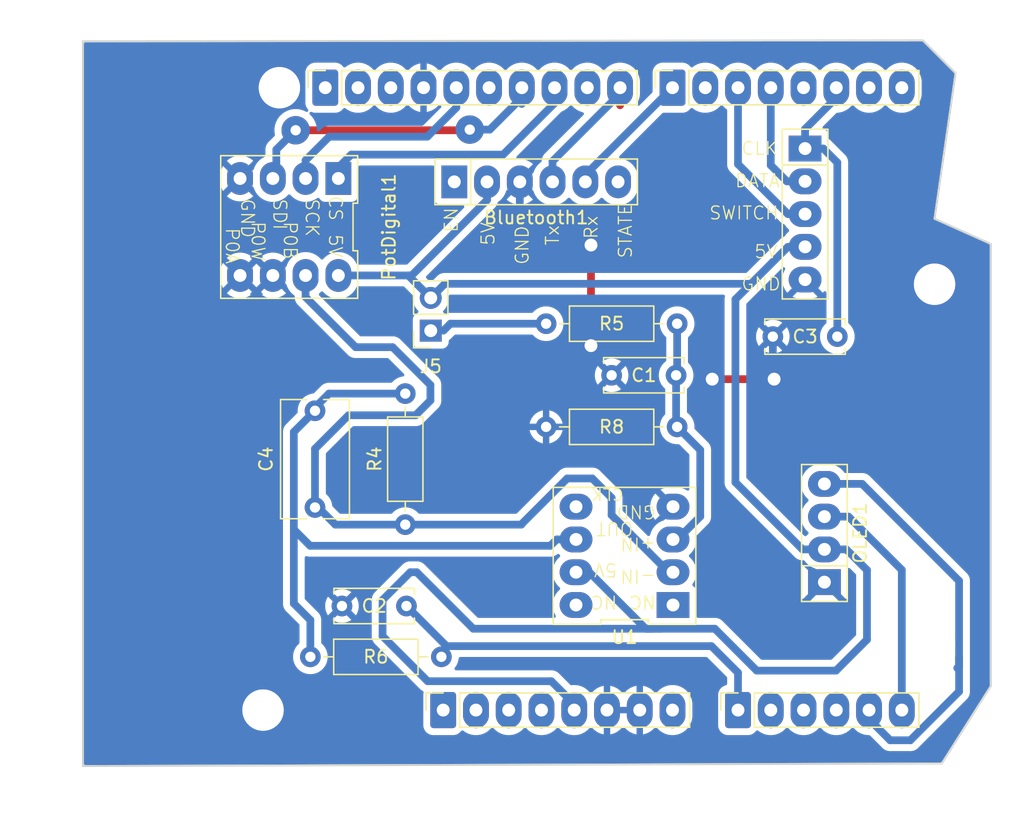
<source format=kicad_pcb>
(kicad_pcb (version 20241229) (generator "pcbnew") (generator_version "9.0")
  (title_block (title "KiCad Shield UNO 4 LED") (date "2024-09-01") (rev "1.0.0") (company "CNRS - Réseau des Electroniciens et Instrumentalistes (RdE)") (comment 1 "Arnauld BIGANZOLI <biganzoli@laplace.univ-tlse.fr>") (comment 2 "Opérateur CAO :") (comment 4 "Réalisation d'une shield 4 LED pour Arduino Uno"))
  (layers (0 "F.Cu" signal) (2 "B.Cu" signal) (13 "F.Paste" user) (15 "B.Paste" user) (5 "F.SilkS" user "F.Silkscreen") (7 "B.SilkS" user "B.Silkscreen") (1 "F.Mask" user) (3 "B.Mask" user) (25 "Edge.Cuts" user))
  (net 0 "")
  (net 1 "GND")
  (net 3 "+5V")
  (net 8 "SDI")
  (net 11 "SCK")
  (net 12 "CS")
  (net 14 "Tx")
  (net 16 "R2")
  (net 18 "CLK")
  (net 21 "+3V3")
  (net 22 "VCC")
  (net 24 "Rx")
  (net 25 "DATA")
  (net 26 "SWITCH")
  (net 27 "Net-(J5-Pin_1)")
  (net 28 "/D9")
  (net 29 "Net-(U1-+)")
  (net 30 "AmpOut")
  (net 32 "Net-(C4-Pad2)")
  (net 36 "EN")
  (net 37 "STATE")
  (net 38 "SCL")
  (net 39 "SDA")
  (footprint "Connector_PinSocket_2.54mm:PinSocket_1x08_P2.54mm_Vertical" (layer "F.Cu") (at 127.94 97.46 90)
    (property "Reference" "J1" (hide yes))
    (property "Value" "Power")
    (fp_line (start 1.33 -1.33) (end 1.33 0) (stroke (width 0.12)) (layer "F.SilkS"))
    (fp_line (start 0 -1.33) (end 1.33 -1.33) (stroke (width 0.12)) (layer "F.SilkS"))
    (fp_line (start 1.33 1.27) (end 1.33 19.11) (stroke (width 0.12)) (layer "F.SilkS"))
    (fp_line (start -1.33 1.27) (end 1.33 1.27) (stroke (width 0.12)) (layer "F.SilkS"))
    (fp_line (start -1.33 1.27) (end -1.33 19.11) (stroke (width 0.12)) (layer "F.SilkS"))
    (fp_line (start -1.33 19.11) (end 1.33 19.11) (stroke (width 0.12)) (layer "F.SilkS"))
    (pad "1" thru_hole roundrect (at 0 0 90) (size 2.8 2) (drill 1) (layers "*.Cu" "*.Mask") (roundrect_rratio 0.125))
    (pad "2" thru_hole oval (at 0 2.54 90) (size 2.8 2) (drill 1) (layers "*.Cu" "*.Mask"))
    (pad "3" thru_hole oval (at 0 5.08 90) (size 2.8 2) (drill 1) (layers "*.Cu" "*.Mask"))
    (pad "4" thru_hole oval (at 0 7.62 90) (size 2.8 2) (drill 1) (layers "*.Cu" "*.Mask") (net 21 "+3V3"))
    (pad "5" thru_hole oval (at 0 10.16 90) (size 2.8 2) (drill 1) (layers "*.Cu" "*.Mask") (net 3 "+5V"))
    (pad "6" thru_hole oval (at 0 12.7 90) (size 2.8 2) (drill 1) (layers "*.Cu" "*.Mask") (net 1 "GND"))
    (pad "7" thru_hole oval (at 0 15.24 90) (size 2.8 2) (drill 1) (layers "*.Cu" "*.Mask") (net 1 "GND"))
    (pad "8" thru_hole oval (at 0 17.78 90) (size 2.8 2) (drill 1) (layers "*.Cu" "*.Mask") (net 22 "VCC"))
  )
  (footprint "Connector_PinSocket_2.54mm:PinSocket_1x06_P2.54mm_Vertical" (layer "F.Cu") (at 150.8 97.46 90)
    (property "Reference" "J3" (hide yes))
    (property "Value" "Analog")
    (fp_line (start 1.33 -1.33) (end 1.33 0) (stroke (width 0.12)) (layer "F.SilkS"))
    (fp_line (start 0 -1.33) (end 1.33 -1.33) (stroke (width 0.12)) (layer "F.SilkS"))
    (fp_line (start 1.33 1.27) (end 1.33 14.03) (stroke (width 0.12)) (layer "F.SilkS"))
    (fp_line (start -1.33 1.27) (end 1.33 1.27) (stroke (width 0.12)) (layer "F.SilkS"))
    (fp_line (start -1.33 1.27) (end -1.33 14.03) (stroke (width 0.12)) (layer "F.SilkS"))
    (fp_line (start -1.33 14.03) (end 1.33 14.03) (stroke (width 0.12)) (layer "F.SilkS"))
    (pad "1" thru_hole roundrect (at 0 0 90) (size 2.8 2) (drill 1) (layers "*.Cu" "*.Mask") (roundrect_rratio 0.125) (net 30 "AmpOut"))
    (pad "2" thru_hole oval (at 0 2.54 90) (size 2.8 2) (drill 1) (layers "*.Cu" "*.Mask"))
    (pad "3" thru_hole oval (at 0 5.08 90) (size 2.8 2) (drill 1) (layers "*.Cu" "*.Mask"))
    (pad "4" thru_hole oval (at 0 7.62 90) (size 2.8 2) (drill 1) (layers "*.Cu" "*.Mask"))
    (pad "5" thru_hole oval (at 0 10.16 90) (size 2.8 2) (drill 1) (layers "*.Cu" "*.Mask") (net 39 "SDA"))
    (pad "6" thru_hole oval (at 0 12.7 90) (size 2.8 2) (drill 1) (layers "*.Cu" "*.Mask") (net 38 "SCL"))
  )
  (footprint "Connector_PinSocket_2.54mm:PinSocket_1x10_P2.54mm_Vertical" (layer "F.Cu") (at 118.796 49.2 90)
    (property "Reference" "J2" (hide yes))
    (property "Value" "Digital/PWM")
    (fp_line (start 1.33 -1.33) (end 1.33 0) (stroke (width 0.12)) (layer "F.SilkS"))
    (fp_line (start 0 -1.33) (end 1.33 -1.33) (stroke (width 0.12)) (layer "F.SilkS"))
    (fp_line (start 1.33 1.27) (end 1.33 24.19) (stroke (width 0.12)) (layer "F.SilkS"))
    (fp_line (start -1.33 1.27) (end 1.33 1.27) (stroke (width 0.12)) (layer "F.SilkS"))
    (fp_line (start -1.33 1.27) (end -1.33 24.19) (stroke (width 0.12)) (layer "F.SilkS"))
    (fp_line (start -1.33 24.19) (end 1.33 24.19) (stroke (width 0.12)) (layer "F.SilkS"))
    (pad "1" thru_hole roundrect (at 0 0 90) (size 2.8 2) (drill 1) (layers "*.Cu" "*.Mask") (roundrect_rratio 0.125))
    (pad "2" thru_hole oval (at 0 2.54 90) (size 2.8 2) (drill 1) (layers "*.Cu" "*.Mask"))
    (pad "3" thru_hole oval (at 0 5.08 90) (size 2.8 2) (drill 1) (layers "*.Cu" "*.Mask"))
    (pad "4" thru_hole oval (at 0 7.62 90) (size 2.8 2) (drill 1) (layers "*.Cu" "*.Mask") (net 1 "GND"))
    (pad "5" thru_hole oval (at 0 10.16 90) (size 2.8 2) (drill 1) (layers "*.Cu" "*.Mask") (net 11 "SCK"))
    (pad "6" thru_hole oval (at 0 12.7 90) (size 2.8 2) (drill 1) (layers "*.Cu" "*.Mask"))
    (pad "7" thru_hole oval (at 0 15.24 90) (size 2.8 2) (drill 1) (layers "*.Cu" "*.Mask") (net 8 "SDI"))
    (pad "8" thru_hole oval (at 0 17.78 90) (size 2.8 2) (drill 1) (layers "*.Cu" "*.Mask") (net 12 "CS"))
    (pad "9" thru_hole oval (at 0 20.32 90) (size 2.8 2) (drill 1) (layers "*.Cu" "*.Mask") (net 28 "/D9"))
    (pad "10" thru_hole oval (at 0 22.86 90) (size 2.8 2) (drill 1) (layers "*.Cu" "*.Mask") (net 14 "Tx"))
  )
  (footprint "Connector_PinSocket_2.54mm:PinSocket_1x08_P2.54mm_Vertical" (layer "F.Cu") (at 145.72 49.2 90)
    (property "Reference" "J4" (hide yes))
    (property "Value" "Digital/PWM")
    (fp_line (start 1.33 -1.33) (end 1.33 0) (stroke (width 0.12)) (layer "F.SilkS"))
    (fp_line (start 0 -1.33) (end 1.33 -1.33) (stroke (width 0.12)) (layer "F.SilkS"))
    (fp_line (start 1.33 1.27) (end 1.33 19.11) (stroke (width 0.12)) (layer "F.SilkS"))
    (fp_line (start -1.33 1.27) (end 1.33 1.27) (stroke (width 0.12)) (layer "F.SilkS"))
    (fp_line (start -1.33 1.27) (end -1.33 19.11) (stroke (width 0.12)) (layer "F.SilkS"))
    (fp_line (start -1.33 19.11) (end 1.33 19.11) (stroke (width 0.12)) (layer "F.SilkS"))
    (pad "1" thru_hole roundrect (at 0 0 90) (size 2.8 2) (drill 1) (layers "*.Cu" "*.Mask") (roundrect_rratio 0.125) (net 24 "Rx"))
    (pad "2" thru_hole oval (at 0 2.54 90) (size 2.8 2) (drill 1) (layers "*.Cu" "*.Mask"))
    (pad "3" thru_hole oval (at 0 5.08 90) (size 2.8 2) (drill 1) (layers "*.Cu" "*.Mask") (net 26 "SWITCH"))
    (pad "4" thru_hole oval (at 0 7.62 90) (size 2.8 2) (drill 1) (layers "*.Cu" "*.Mask") (net 25 "DATA"))
    (pad "5" thru_hole oval (at 0 10.16 90) (size 2.8 2) (drill 1) (layers "*.Cu" "*.Mask"))
    (pad "6" thru_hole oval (at 0 12.7 90) (size 2.8 2) (drill 1) (layers "*.Cu" "*.Mask") (net 18 "CLK"))
    (pad "7" thru_hole oval (at 0 15.24 90) (size 2.8 2) (drill 1) (layers "*.Cu" "*.Mask"))
    (pad "8" thru_hole oval (at 0 17.78 90) (size 2.8 2) (drill 1) (layers "*.Cu" "*.Mask"))
  )
  (footprint "Resistor_THT:R_Axial_DIN0207_L6.3mm_D2.5mm_P10.16mm_Horizontal" (layer "F.Cu") (at 125 83.08 90)
    (property "Reference" "R4" (at 5.08 -2.37 90) (layer "F.SilkS"))
    (property "Value" "100k" (hide yes))
    (fp_line (start 8.35 -1.37) (end 1.81 -1.37) (stroke (width 0.12)) (layer "F.SilkS"))
    (fp_line (start 1.81 -1.37) (end 1.81 1.37) (stroke (width 0.12)) (layer "F.SilkS"))
    (fp_line (start 9.12 0) (end 8.35 0) (stroke (width 0.12)) (layer "F.SilkS"))
    (fp_line (start 1.04 0) (end 1.81 0) (stroke (width 0.12)) (layer "F.SilkS"))
    (fp_line (start 8.35 1.37) (end 8.35 -1.37) (stroke (width 0.12)) (layer "F.SilkS"))
    (fp_line (start 1.81 1.37) (end 8.35 1.37) (stroke (width 0.12)) (layer "F.SilkS"))
    (pad "1" thru_hole circle (at 0 0 90) (size 1.6 1.6) (drill 0.8) (layers "*.Cu" "*.Mask") (net 16 "R2"))
    (pad "2" thru_hole oval (at 10.16 0 90) (size 1.6 1.6) (drill 0.8) (layers "*.Cu" "*.Mask") (net 32 "Net-(C4-Pad2)"))
  )
  (footprint "MaLibrairieEmpreinte:OLED" (layer "F.Cu") (at 157.5 83.73 90)
    (property "Reference" "OLED1" (at 0 2.77 90) (layer "F.SilkS"))
    (property "Value" "~" (hide yes))
    (fp_line (start 5.31 -1.77) (end 5.31 1.77) (stroke (width 0.12)) (layer "F.SilkS"))
    (fp_line (start -2.54 -1.77) (end -2.54 1.77) (stroke (width 0.12)) (layer "F.SilkS"))
    (fp_line (start -5.31 -1.77) (end 5.31 -1.77) (stroke (width 0.12)) (layer "F.SilkS"))
    (fp_line (start 5.31 1.77) (end -5.31 1.77) (stroke (width 0.12)) (layer "F.SilkS"))
    (fp_line (start -5.31 1.77) (end -5.31 -1.77) (stroke (width 0.12)) (layer "F.SilkS"))
    (pad "1" thru_hole rect (at -3.81 0 90) (size 2 2.54) (drill 1) (layers "*.Cu" "*.Mask") (net 1 "GND"))
    (pad "2" thru_hole oval (at -1.27 0 90) (size 2 2.54) (drill 1) (layers "*.Cu" "*.Mask") (net 3 "+5V"))
    (pad "3" thru_hole oval (at 1.27 0 90) (size 2 2.54) (drill 1) (layers "*.Cu" "*.Mask") (net 38 "SCL"))
    (pad "4" thru_hole oval (at 3.81 0 90) (size 2 2.54) (drill 1) (layers "*.Cu" "*.Mask") (net 39 "SDA"))
  )
  (footprint "Resistor_THT:R_Axial_DIN0207_L6.3mm_D2.5mm_P10.16mm_Horizontal" (layer "F.Cu") (at 117.64 93.33)
    (property "Reference" "R6" (at 5.08 0 0) (layer "F.SilkS"))
    (property "Value" "1k")
    (fp_line (start 1.04 0) (end 1.81 0) (stroke (width 0.12)) (layer "F.SilkS"))
    (fp_line (start 1.81 -1.37) (end 1.81 1.37) (stroke (width 0.12)) (layer "F.SilkS"))
    (fp_line (start 1.81 1.37) (end 8.35 1.37) (stroke (width 0.12)) (layer "F.SilkS"))
    (fp_line (start 8.35 -1.37) (end 1.81 -1.37) (stroke (width 0.12)) (layer "F.SilkS"))
    (fp_line (start 8.35 1.37) (end 8.35 -1.37) (stroke (width 0.12)) (layer "F.SilkS"))
    (fp_line (start 9.12 0) (end 8.35 0) (stroke (width 0.12)) (layer "F.SilkS"))
    (pad "1" thru_hole circle (at 0 0) (size 1.6 1.6) (drill 0.8) (layers "*.Cu" "*.Mask") (net 32 "Net-(C4-Pad2)"))
    (pad "2" thru_hole oval (at 10.16 0) (size 1.6 1.6) (drill 0.8) (layers "*.Cu" "*.Mask") (net 30 "AmpOut"))
  )
  (footprint "Resistor_THT:R_Axial_DIN0207_L6.3mm_D2.5mm_P10.16mm_Horizontal" (layer "F.Cu") (at 135.92 67.5)
    (property "Reference" "R5" (at 5.08 0 0) (layer "F.SilkS"))
    (property "Value" "10K")
    (fp_line (start 1.04 0) (end 1.81 0) (stroke (width 0.12)) (layer "F.SilkS"))
    (fp_line (start 1.81 -1.37) (end 1.81 1.37) (stroke (width 0.12)) (layer "F.SilkS"))
    (fp_line (start 1.81 1.37) (end 8.35 1.37) (stroke (width 0.12)) (layer "F.SilkS"))
    (fp_line (start 8.35 -1.37) (end 1.81 -1.37) (stroke (width 0.12)) (layer "F.SilkS"))
    (fp_line (start 8.35 1.37) (end 8.35 -1.37) (stroke (width 0.12)) (layer "F.SilkS"))
    (fp_line (start 9.12 0) (end 8.35 0) (stroke (width 0.12)) (layer "F.SilkS"))
    (pad "1" thru_hole circle (at 0 0) (size 1.6 1.6) (drill 0.8) (layers "*.Cu" "*.Mask") (net 27 "Net-(J5-Pin_1)"))
    (pad "2" thru_hole oval (at 10.16 0) (size 1.6 1.6) (drill 0.8) (layers "*.Cu" "*.Mask") (net 29 "Net-(U1-+)"))
  )
  (footprint "Capacitor_THT:C_Disc_D6.0mm_W2.5mm_P5.00mm" (layer "F.Cu") (at 125.09 89.39 180)
    (property "Reference" "C2" (at 2.5 0 0) (layer "F.SilkS"))
    (property "Value" "100n")
    (fp_line (start 5.62 0.925) (end 5.62 1.37) (stroke (width 0.12)) (layer "F.SilkS"))
    (fp_line (start 5.62 -1.37) (end 5.62 -0.925) (stroke (width 0.12)) (layer "F.SilkS"))
    (fp_line (start -0.62 1.37) (end 5.62 1.37) (stroke (width 0.12)) (layer "F.SilkS"))
    (fp_line (start -0.62 0.925) (end -0.62 1.37) (stroke (width 0.12)) (layer "F.SilkS"))
    (fp_line (start -0.62 -1.37) (end 5.62 -1.37) (stroke (width 0.12)) (layer "F.SilkS"))
    (fp_line (start -0.62 -1.37) (end -0.62 -0.925) (stroke (width 0.12)) (layer "F.SilkS"))
    (pad "1" thru_hole circle (at 0 0 180) (size 1.6 1.6) (drill 0.8) (layers "*.Cu" "*.Mask") (net 30 "AmpOut"))
    (pad "2" thru_hole circle (at 5 0 180) (size 1.6 1.6) (drill 0.8) (layers "*.Cu" "*.Mask") (net 1 "GND"))
  )
  (footprint "Arduino_MountingHole:MountingHole_3.2mm" (layer "F.Cu") (at 115.24 49.2)
    (property "Reference" "MH1" (hide yes))
    (property "Value" "MountingHole_3.2mm" (hide yes))
    (pad "" np_thru_hole circle (at 0 0) (size 3.2 3.2) (drill 3.2) (layers "*.Cu" "*.Mask"))
  )
  (footprint "Connector_PinSocket_2.54mm:PinSocket_1x02_P2.54mm_Vertical" (layer "F.Cu") (at 126.975 68.04 180)
    (property "Reference" "J5" (at 0 -2.77 0) (layer "F.SilkS"))
    (property "Value" "Conn_01x02")
    (fp_line (start 1.33 1.27) (end 1.33 3.87) (stroke (width 0.12)) (layer "F.SilkS"))
    (fp_line (start 1.33 -1.33) (end 1.33 0) (stroke (width 0.12)) (layer "F.SilkS"))
    (fp_line (start 0 -1.33) (end 1.33 -1.33) (stroke (width 0.12)) (layer "F.SilkS"))
    (fp_line (start -1.33 3.87) (end 1.33 3.87) (stroke (width 0.12)) (layer "F.SilkS"))
    (fp_line (start -1.33 1.27) (end 1.33 1.27) (stroke (width 0.12)) (layer "F.SilkS"))
    (fp_line (start -1.33 1.27) (end -1.33 3.87) (stroke (width 0.12)) (layer "F.SilkS"))
    (pad "1" thru_hole rect (at 0 0 180) (size 1.7 1.7) (drill 1) (layers "*.Cu" "*.Mask") (net 27 "Net-(J5-Pin_1)"))
    (pad "2" thru_hole oval (at 0 2.54 180) (size 1.7 1.7) (drill 1) (layers "*.Cu" "*.Mask") (net 3 "+5V"))
  )
  (footprint "Capacitor_THT:C_Rect_L9.0mm_W5.1mm_P7.50mm_MKT" (layer "F.Cu") (at 118 81.75 90)
    (property "Reference" "C4" (at 3.75 -3.8 90) (layer "F.SilkS"))
    (property "Value" "0,1µ")
    (fp_line (start 8.37 -2.67) (end 8.37 -0.665) (stroke (width 0.12)) (layer "F.SilkS"))
    (fp_line (start -0.87 -2.67) (end 8.37 -2.67) (stroke (width 0.12)) (layer "F.SilkS"))
    (fp_line (start -0.87 -2.67) (end -0.87 -0.665) (stroke (width 0.12)) (layer "F.SilkS"))
    (fp_line (start 8.37 0.665) (end 8.37 2.67) (stroke (width 0.12)) (layer "F.SilkS"))
    (fp_line (start -0.87 0.665) (end -0.87 2.67) (stroke (width 0.12)) (layer "F.SilkS"))
    (fp_line (start -0.87 2.67) (end 8.37 2.67) (stroke (width 0.12)) (layer "F.SilkS"))
    (pad "1" thru_hole circle (at 0 0 90) (size 1.6 1.6) (drill 0.8) (layers "*.Cu" "*.Mask") (net 16 "R2"))
    (pad "2" thru_hole circle (at 7.5 0 90) (size 1.6 1.6) (drill 0.8) (layers "*.Cu" "*.Mask") (net 32 "Net-(C4-Pad2)"))
  )
  (footprint "MaLibrairieEmpreinte:PotDigital" (layer "F.Cu") (at 116 60 180)
    (property "Reference" "PotDigital1" (at -7.73 0 90) (layer "F.SilkS"))
    (property "Value" "~")
    (fp_line (start 5.31 5.53) (end 5.31 -5.53) (stroke (width 0.12)) (layer "F.SilkS"))
    (fp_line (start 5.31 -5.53) (end -5.31 -5.53) (stroke (width 0.12)) (layer "F.SilkS"))
    (fp_line (start -4.95 1.843333) (end -5.31 1.843333) (stroke (width 0.12)) (layer "F.SilkS"))
    (fp_line (start -4.95 -1.843333) (end -4.95 1.843333) (stroke (width 0.12)) (layer "F.SilkS"))
    (fp_line (start -5.31 5.53) (end 5.31 5.53) (stroke (width 0.12)) (layer "F.SilkS"))
    (fp_line (start -5.31 1.843333) (end -5.31 5.53) (stroke (width 0.12)) (layer "F.SilkS"))
    (fp_line (start -5.31 -1.843333) (end -4.95 -1.843333) (stroke (width 0.12)) (layer "F.SilkS"))
    (fp_line (start -5.31 -5.53) (end -5.31 -1.843333) (stroke (width 0.12)) (layer "F.SilkS"))
    (fp_text user "CS" (at -3 2.5 270) (layer "F.SilkS") (effects (font (thickness 0.1)) (justify left bottom)))
    (fp_text user "SDI" (at 1.31 2.26 270) (layer "F.SilkS") (effects (font (thickness 0.1)) (justify left bottom)))
    (fp_text user "SCK" (at -1.19 2.26 270) (layer "F.SilkS") (effects (font (thickness 0.1)) (justify left bottom)))
    (fp_text user "P0A" (at 5 0 270) (layer "F.SilkS") (effects (font (thickness 0.1)) (justify left bottom)))
    (fp_text user "5V" (at -3 -0.5 270) (layer "F.SilkS") (effects (font (thickness 0.1)) (justify left bottom)))
    (fp_text user "GND" (at 3.81 2.26 270) (layer "F.SilkS") (effects (font (thickness 0.1)) (justify left bottom)))
    (fp_text user "P0B" (at 0.5 0.5 270) (layer "F.SilkS") (effects (font (thickness 0.1)) (justify left bottom)))
    (fp_text user "P0W" (at 3 0.5 270) (layer "F.SilkS") (effects (font (thickness 0.1)) (justify left bottom)))
    (pad "1" thru_hole rect (at -3.81 3.76 180) (size 2 2.54) (drill 1) (layers "*.Cu" "*.Mask") (net 12 "CS"))
    (pad "2" thru_hole oval (at -1.27 3.76 180) (size 2 2.54) (drill 1) (layers "*.Cu" "*.Mask") (net 11 "SCK"))
    (pad "3" thru_hole oval (at 1.27 3.76 180) (size 2 2.54) (drill 1) (layers "*.Cu" "*.Mask") (net 8 "SDI"))
    (pad "4" thru_hole oval (at 3.81 3.76 180) (size 2 2.54) (drill 1) (layers "*.Cu" "*.Mask") (net 1 "GND"))
    (pad "5" thru_hole oval (at 3.81 -3.76 180) (size 2 2.54) (drill 1) (layers "*.Cu" "*.Mask") (net 1 "GND"))
    (pad "6" thru_hole oval (at 1.27 -3.76 180) (size 2 2.54) (drill 1) (layers "*.Cu" "*.Mask") (net 1 "GND"))
    (pad "7" thru_hole oval (at -1.27 -3.76 180) (size 2 2.54) (drill 1) (layers "*.Cu" "*.Mask") (net 16 "R2"))
    (pad "8" thru_hole oval (at -3.81 -3.76 180) (size 2 2.54) (drill 1) (layers "*.Cu" "*.Mask") (net 3 "+5V"))
  )
  (footprint "MaLibrairieEmpreinte:LTC41050" (layer "F.Cu") (at 142 85.5 90)
    (property "Reference" "U1" (at -6.31 0 0) (layer "F.SilkS"))
    (property "Value" "LTC1050")
    (fp_line (start 5.31 -5.53) (end -5.31 -5.53) (stroke (width 0.12)) (layer "F.SilkS"))
    (fp_line (start -5.31 -5.53) (end -5.31 -1.843333) (stroke (width 0.12)) (layer "F.SilkS"))
    (fp_line (start -4.95 -1.843333) (end -4.95 1.843333) (stroke (width 0.12)) (layer "F.SilkS"))
    (fp_line (start -5.31 -1.843333) (end -4.95 -1.843333) (stroke (width 0.12)) (layer "F.SilkS"))
    (fp_line (start -4.95 1.843333) (end -5.31 1.843333) (stroke (width 0.12)) (layer "F.SilkS"))
    (fp_line (start -5.31 1.843333) (end -5.31 5.53) (stroke (width 0.12)) (layer "F.SilkS"))
    (fp_line (start 5.31 5.53) (end 5.31 -5.53) (stroke (width 0.12)) (layer "F.SilkS"))
    (fp_line (start -5.31 5.53) (end 5.31 5.53) (stroke (width 0.12)) (layer "F.SilkS"))
    (fp_text user "-IN" (at -1 2.5 180) (layer "F.SilkS") (effects (font (thickness 0.1)) (justify left bottom)))
    (fp_text user "OUT" (at 2.69 0.74 180) (layer "F.SilkS") (effects (font (thickness 0.1)) (justify left bottom)))
    (fp_text user "GND" (at 4 2.5 180) (layer "F.SilkS") (effects (font (thickness 0.1)) (justify left bottom)))
    (fp_text user "5V" (at -0.5 -0.5 180) (layer "F.SilkS") (effects (font (thickness 0.1)) (justify left bottom)))
    (fp_text user "CLK" (at 5.31 0 180) (layer "F.SilkS") (effects (font (size 0.9 0.9) (thickness 0.1)) (justify left bottom)))
    (fp_text user "+IN" (at 1.5 2.5 180) (layer "F.SilkS") (effects (font (thickness 0.1)) (justify left bottom)))
    (fp_text user "NC" (at -3 -0.5 180) (layer "F.SilkS") (effects (font (thickness 0.1)) (justify left bottom)))
    (fp_text user "NC" (at -3 2.5 180) (layer "F.SilkS") (effects (font (thickness 0.125)) (justify left bottom)))
    (pad "1" thru_hole rect (at -3.81 3.76 90) (size 2 2.54) (drill 1) (layers "*.Cu" "*.Mask"))
    (pad "2" thru_hole oval (at -1.27 3.76 90) (size 2 2.54) (drill 1) (layers "*.Cu" "*.Mask") (net 16 "R2"))
    (pad "3" thru_hole oval (at 1.27 3.76 90) (size 2 2.54) (drill 1) (layers "*.Cu" "*.Mask") (net 29 "Net-(U1-+)"))
    (pad "4" thru_hole oval (at 3.81 3.76 90) (size 2 2.54) (drill 1) (layers "*.Cu" "*.Mask") (net 1 "GND"))
    (pad "5" thru_hole oval (at 3.81 -3.76 90) (size 2 2.54) (drill 1) (layers "*.Cu" "*.Mask"))
    (pad "6" thru_hole oval (at 1.27 -3.76 90) (size 2 2.54) (drill 1) (layers "*.Cu" "*.Mask") (net 32 "Net-(C4-Pad2)"))
    (pad "7" thru_hole oval (at -1.27 -3.76 90) (size 2 2.54) (drill 1) (layers "*.Cu" "*.Mask") (net 3 "+5V"))
    (pad "8" thru_hole oval (at -3.81 -3.76 90) (size 2 2.54) (drill 1) (layers "*.Cu" "*.Mask"))
  )
  (footprint "MaLibrairieEmpreinte:EncodeurRotatoire" (layer "F.Cu") (at 156 59 -90)
    (property "Reference" "Encodeur_rotatoire1" (hide yes))
    (property "Value" "~" (hide yes))
    (fp_line (start -6.58 1.77) (end -6.58 -1.77) (stroke (width 0.12)) (layer "F.SilkS"))
    (fp_line (start 6.58 1.77) (end -6.58 1.77) (stroke (width 0.12)) (layer "F.SilkS"))
    (fp_line (start -6.58 -1.77) (end 6.58 -1.77) (stroke (width 0.12)) (layer "F.SilkS"))
    (fp_line (start -3.81 -1.77) (end -3.81 1.77) (stroke (width 0.12)) (layer "F.SilkS"))
    (fp_line (start 6.58 -1.77) (end 6.58 1.77) (stroke (width 0.12)) (layer "F.SilkS"))
    (fp_text user "DATA" (at -2 5.5 0) (layer "F.SilkS") (effects (font (thickness 0.1)) (justify left bottom)))
    (fp_text user "GND" (at 6 5 0) (layer "F.SilkS") (effects (font (thickness 0.1)) (justify left bottom)))
    (fp_text user "CLK" (at -4.5 5 0) (layer "F.SilkS") (effects (font (thickness 0.1)) (justify left bottom)))
    (fp_text user "5V" (at 3.5 4 0) (layer "F.SilkS") (effects (font (thickness 0.1)) (justify left bottom)))
    (fp_text user "SWITCH" (at 0.5 7.5 0) (layer "F.SilkS") (effects (font (thickness 0.1)) (justify left bottom)))
    (pad "1" thru_hole rect (at -5.08 0 270) (size 2 2.54) (drill 1) (layers "*.Cu" "*.Mask") (net 18 "CLK"))
    (pad "2" thru_hole oval (at -2.54 0 270) (size 2 2.54) (drill 1) (layers "*.Cu" "*.Mask") (net 25 "DATA"))
    (pad "3" thru_hole oval (at 0 0 270) (size 2 2.54) (drill 1) (layers "*.Cu" "*.Mask") (net 26 "SWITCH"))
    (pad "4" thru_hole oval (at 2.54 0 270) (size 2 2.54) (drill 1) (layers "*.Cu" "*.Mask") (net 3 "+5V"))
    (pad "5" thru_hole oval (at 5.08 0 270) (size 2 2.54) (drill 1) (layers "*.Cu" "*.Mask") (net 1 "GND"))
  )
  (footprint "Capacitor_THT:C_Disc_D6.0mm_W2.5mm_P5.00mm" (layer "F.Cu") (at 146 71.5 180)
    (property "Reference" "C1" (at 2.5 0 0) (layer "F.SilkS"))
    (property "Value" "100n")
    (fp_line (start 5.62 0.925) (end 5.62 1.37) (stroke (width 0.12)) (layer "F.SilkS"))
    (fp_line (start 5.62 -1.37) (end 5.62 -0.925) (stroke (width 0.12)) (layer "F.SilkS"))
    (fp_line (start -0.62 1.37) (end 5.62 1.37) (stroke (width 0.12)) (layer "F.SilkS"))
    (fp_line (start -0.62 0.925) (end -0.62 1.37) (stroke (width 0.12)) (layer "F.SilkS"))
    (fp_line (start -0.62 -1.37) (end 5.62 -1.37) (stroke (width 0.12)) (layer "F.SilkS"))
    (fp_line (start -0.62 -1.37) (end -0.62 -0.925) (stroke (width 0.12)) (layer "F.SilkS"))
    (pad "1" thru_hole circle (at 0 0 180) (size 1.6 1.6) (drill 0.8) (layers "*.Cu" "*.Mask") (net 29 "Net-(U1-+)"))
    (pad "2" thru_hole circle (at 5 0 180) (size 1.6 1.6) (drill 0.8) (layers "*.Cu" "*.Mask") (net 1 "GND"))
  )
  (footprint "Capacitor_THT:C_Disc_D6.0mm_W2.5mm_P5.00mm" (layer "F.Cu") (at 158.5 68.5 180)
    (property "Reference" "C3" (at 2.5 0 0) (layer "F.SilkS"))
    (property "Value" "100n")
    (fp_line (start 5.62 0.925) (end 5.62 1.37) (stroke (width 0.12)) (layer "F.SilkS"))
    (fp_line (start 5.62 -1.37) (end 5.62 -0.925) (stroke (width 0.12)) (layer "F.SilkS"))
    (fp_line (start -0.62 1.37) (end 5.62 1.37) (stroke (width 0.12)) (layer "F.SilkS"))
    (fp_line (start -0.62 0.925) (end -0.62 1.37) (stroke (width 0.12)) (layer "F.SilkS"))
    (fp_line (start -0.62 -1.37) (end 5.62 -1.37) (stroke (width 0.12)) (layer "F.SilkS"))
    (fp_line (start -0.62 -1.37) (end -0.62 -0.925) (stroke (width 0.12)) (layer "F.SilkS"))
    (pad "1" thru_hole circle (at 0 0 180) (size 1.6 1.6) (drill 0.8) (layers "*.Cu" "*.Mask") (net 18 "CLK"))
    (pad "2" thru_hole circle (at 5 0 180) (size 1.6 1.6) (drill 0.8) (layers "*.Cu" "*.Mask") (net 1 "GND"))
  )
  (footprint "Resistor_THT:R_Axial_DIN0207_L6.3mm_D2.5mm_P10.16mm_Horizontal" (layer "F.Cu") (at 146.08 75.5 180)
    (property "Reference" "R8" (at 5.08 0 0) (layer "F.SilkS"))
    (property "Value" "100k")
    (fp_line (start 9.12 0) (end 8.35 0) (stroke (width 0.12)) (layer "F.SilkS"))
    (fp_line (start 8.35 1.37) (end 8.35 -1.37) (stroke (width 0.12)) (layer "F.SilkS"))
    (fp_line (start 8.35 -1.37) (end 1.81 -1.37) (stroke (width 0.12)) (layer "F.SilkS"))
    (fp_line (start 1.81 1.37) (end 8.35 1.37) (stroke (width 0.12)) (layer "F.SilkS"))
    (fp_line (start 1.81 -1.37) (end 1.81 1.37) (stroke (width 0.12)) (layer "F.SilkS"))
    (fp_line (start 1.04 0) (end 1.81 0) (stroke (width 0.12)) (layer "F.SilkS"))
    (pad "1" thru_hole circle (at 0 0 180) (size 1.6 1.6) (drill 0.8) (layers "*.Cu" "*.Mask") (net 29 "Net-(U1-+)"))
    (pad "2" thru_hole oval (at 10.16 0 180) (size 1.6 1.6) (drill 0.8) (layers "*.Cu" "*.Mask") (net 1 "GND"))
  )
  (footprint "Arduino_MountingHole:MountingHole_3.2mm" (layer "F.Cu") (at 113.97 97.46)
    (property "Reference" "MH2" (hide yes))
    (property "Value" "MountingHole_3.2mm" (hide yes))
    (pad "" np_thru_hole circle (at 0 0) (size 3.2 3.2) (drill 3.2) (layers "*.Cu" "*.Mask"))
  )
  (footprint "MaLibrairieEmpreinte:Bluetooth" (layer "F.Cu") (at 135.15 56.5)
    (property "Reference" "Bluetooth1" (at 0 2.77 0) (layer "F.SilkS"))
    (property "Value" "~" (hide yes))
    (fp_line (start -7.85 -1.77) (end 7.85 -1.77) (stroke (width 0.12)) (layer "F.SilkS"))
    (fp_line (start -7.85 1.77) (end -7.85 -1.77) (stroke (width 0.12)) (layer "F.SilkS"))
    (fp_line (start -5.08 -1.77) (end -5.08 1.77) (stroke (width 0.12)) (layer "F.SilkS"))
    (fp_line (start 7.85 -1.77) (end 7.85 1.77) (stroke (width 0.12)) (layer "F.SilkS"))
    (fp_line (start 7.85 1.77) (end -7.85 1.77) (stroke (width 0.12)) (layer "F.SilkS"))
    (fp_text user "Rx" (at 4.85 4.5 90) (layer "F.SilkS") (effects (font (thickness 0.1)) (justify left bottom)))
    (fp_text user "GND" (at -0.5 6.5 90) (layer "F.SilkS") (effects (font (thickness 0.1)) (justify left bottom)))
    (fp_text user "Tx" (at 1.85 5 90) (layer "F.SilkS") (effects (font (thickness 0.1)) (justify left bottom)))
    (fp_text user "EN" (at -6 4 90) (layer "F.SilkS") (effects (font (thickness 0.1)) (justify left bottom)))
    (fp_text user "5V" (at -3.15 5 90) (layer "F.SilkS") (effects (font (thickness 0.1)) (justify left bottom)))
    (fp_text user "STATE" (at 7.5 6 90) (layer "F.SilkS") (effects (font (thickness 0.1)) (justify left bottom)))
    (pad "1" thru_hole rect (at -6.35 0) (size 2 2.54) (drill 1) (layers "*.Cu" "*.Mask") (net 36 "EN"))
    (pad "2" thru_hole oval (at -3.81 0) (size 2 2.54) (drill 1) (layers "*.Cu" "*.Mask") (net 3 "+5V"))
    (pad "3" thru_hole oval (at -1.27 0) (size 2 2.54) (drill 1) (layers "*.Cu" "*.Mask") (net 1 "GND"))
    (pad "4" thru_hole oval (at 1.27 0) (size 2 2.54) (drill 1) (layers "*.Cu" "*.Mask") (net 14 "Tx"))
    (pad "5" thru_hole oval (at 3.81 0) (size 2 2.54) (drill 1) (layers "*.Cu" "*.Mask") (net 24 "Rx"))
    (pad "6" thru_hole oval (at 6.35 0) (size 2 2.54) (drill 1) (layers "*.Cu" "*.Mask") (net 37 "STATE"))
  )
  (footprint "Arduino_MountingHole:MountingHole_3.2mm" (layer "F.Cu") (at 166.04 64.44)
    (property "Reference" "MH3" (hide yes))
    (property "Value" "MountingHole_3.2mm" (hide yes))
    (pad "" np_thru_hole circle (at 0 0) (size 3.2 3.2) (drill 3.2) (layers "*.Cu" "*.Mask"))
  )
  (footprint "Arduino_MountingHole:MountingHole_3.2mm" (layer "F.Cu") (at 166.04 92.38)
    (property "Reference" "MH4" (hide yes))
    (property "Value" "MountingHole_3.2mm" (hide yes))
    (pad "" np_thru_hole circle (at 0 0) (size 3.2 3.2) (drill 3.2) (layers "*.Cu" "*.Mask"))
  )
  (gr_line (start 166.04 59.36) (end 170.4 61.31) (stroke (width 0.15)) (layer "Edge.Cuts"))
  (gr_line (start 100 101.8) (end 100 45.601314) (stroke (width 0.15)) (layer "Edge.Cuts"))
  (gr_line (start 170.4 61.31) (end 170.4 95.6) (stroke (width 0.15)) (layer "Edge.Cuts"))
  (gr_line (start 166.6 101.6) (end 100 101.8) (stroke (width 0.15)) (layer "Edge.Cuts"))
  (gr_line (start 100 45.601314) (end 165.13 45.53) (stroke (width 0.15)) (layer "Edge.Cuts"))
  (gr_line (start 170.4 95.6) (end 166.6 101.6) (stroke (width 0.15)) (layer "Edge.Cuts"))
  (gr_line (start 165.13 45.53) (end 167.67 48.07) (stroke (width 0.15)) (layer "Edge.Cuts"))
  (gr_line (start 167.67 48.07) (end 166.04 59.36) (stroke (width 0.15)) (layer "Edge.Cuts"))
  (segment (start 153.6 71.8) (end 148.8 71.8) (width 0.6) (layer "F.Cu") (net 1))
  (segment (start 139.4 61.4) (end 139.4 69.2) (width 0.6) (layer "F.Cu") (net 1))
  (via (at 153.6 71.8) (size 2) (drill 1) (layers "F.Cu" "B.Cu") (net 1))
  (via (at 139.4 61.4) (size 2) (drill 1) (layers "F.Cu" "B.Cu") (net 1))
  (via (at 139.4 69.2) (size 2) (drill 1) (layers "F.Cu" "B.Cu") (net 1))
  (via (at 148.8 71.8) (size 2) (drill 1) (layers "F.Cu" "B.Cu") (net 1))
  (segment (start 136.91 61.4) (end 139.4 61.4) (width 0.6) (layer "B.Cu") (net 1))
  (segment (start 133.88 56.5) (end 133.88 58.37) (width 0.6) (layer "B.Cu") (net 1))
  (segment (start 133.88 58.37) (end 136.91 61.4) (width 0.6) (layer "B.Cu") (net 1))
  (segment (start 153.5 68.5) (end 153.5 71.7) (width 0.6) (layer "B.Cu") (net 1))
  (segment (start 153.5 71.7) (end 153.6 71.8) (width 0.6) (layer "B.Cu") (net 1))
  (segment (start 126.731166 95.219) (end 136.322567 95.219) (width 0.6) (layer "B.Cu") (net 3))
  (segment (start 149 91.151) (end 144.8 91.151) (width 0.6) (layer "B.Cu") (net 3))
  (segment (start 160.8 86.6) (end 160.8 92) (width 0.6) (layer "B.Cu") (net 3))
  (segment (start 139.268 86.77) (end 143.649 91.151) (width 0.6) (layer "B.Cu") (net 3))
  (segment (start 130.271 91.151) (end 125.89 86.77) (width 0.6) (layer "B.Cu") (net 3))
  (segment (start 123.24 88.919275) (end 123.24 91.727834) (width 0.6) (layer "B.Cu") (net 3))
  (segment (start 138.1 96.996433) (end 138.1 97.46) (width 0.6) (layer "B.Cu") (net 3))
  (segment (start 143.649 91.151) (end 144.8 91.151) (width 0.6) (layer "B.Cu") (net 3))
  (segment (start 152.249 94.4) (end 149 91.151) (width 0.6) (layer "B.Cu") (net 3))
  (segment (start 125.492 63.76) (end 131.34 57.912) (width 0.6) (layer "B.Cu") (net 3))
  (segment (start 136.322567 95.219) (end 138.1 96.996433) (width 0.6) (layer "B.Cu") (net 3))
  (segment (start 157.5 85) (end 159.2 85) (width 0.6) (layer "B.Cu") (net 3))
  (segment (start 131.34 57.912) (end 131.34 56.5) (width 0.6) (layer "B.Cu") (net 3))
  (segment (start 125.389275 86.77) (end 123.24 88.919275) (width 0.6) (layer "B.Cu") (net 3))
  (segment (start 158.4 94.4) (end 152.249 94.4) (width 0.6) (layer "B.Cu") (net 3))
  (segment (start 144.09 91.151) (end 143.649 91.151) (width 0.6) (layer "B.Cu") (net 3))
  (segment (start 156 61.54) (end 154.67 61.54) (width 0.6) (layer "B.Cu") (net 3))
  (segment (start 151.805 64.405) (end 150.6 65.61) (width 0.6) (layer "B.Cu") (net 3))
  (segment (start 150.6 79.8) (end 155.8 85) (width 0.6) (layer "B.Cu") (net 3))
  (segment (start 125.235 63.76) (end 126.975 65.5) (width 0.6) (layer "B.Cu") (net 3))
  (segment (start 150.6 65.61) (end 150.6 79.8) (width 0.6) (layer "B.Cu") (net 3))
  (segment (start 125.89 86.77) (end 125.389275 86.77) (width 0.6) (layer "B.Cu") (net 3))
  (segment (start 138 97.36) (end 138.1 97.46) (width 0.6) (layer "B.Cu") (net 3))
  (segment (start 154.67 61.54) (end 151.805 64.405) (width 0.6) (layer "B.Cu") (net 3))
  (segment (start 159.2 85) (end 160.8 86.6) (width 0.6) (layer "B.Cu") (net 3))
  (segment (start 128.07 64.405) (end 151.805 64.405) (width 0.6) (layer "B.Cu") (net 3))
  (segment (start 119.81 63.76) (end 125.235 63.76) (width 0.6) (layer "B.Cu") (net 3))
  (segment (start 155.8 85) (end 157.5 85) (width 0.6) (layer "B.Cu") (net 3))
  (segment (start 160.8 92) (end 158.4 94.4) (width 0.6) (layer "B.Cu") (net 3))
  (segment (start 144.09 91.151) (end 130.271 91.151) (width 0.6) (layer "B.Cu") (net 3))
  (segment (start 126.975 65.5) (end 128.07 64.405) (width 0.6) (layer "B.Cu") (net 3))
  (segment (start 144.09 91.151) (end 144.8 91.151) (width 0.6) (layer "B.Cu") (net 3))
  (segment (start 125.235 63.76) (end 125.492 63.76) (width 0.6) (layer "B.Cu") (net 3))
  (segment (start 138.24 86.77) (end 139.268 86.77) (width 0.6) (layer "B.Cu") (net 3))
  (segment (start 123.24 91.727834) (end 126.731166 95.219) (width 0.6) (layer "B.Cu") (net 3))
  (segment (start 129.949 52.5) (end 130 52.449) (width 0.6) (layer "F.Cu") (net 8))
  (segment (start 116.5 52.5) (end 129.949 52.5) (width 0.6) (layer "F.Cu") (net 8))
  (via (at 130 52.449) (size 2.2) (drill 0.8) (layers "F.Cu" "B.Cu") (net 8))
  (via (at 116.5 52.5) (size 2.2) (drill 0.8) (layers "F.Cu" "B.Cu") (net 8))
  (segment (start 115 56) (end 115 54) (width 0.6) (layer "B.Cu") (net 8))
  (segment (start 130 52.449) (end 131.551 52.449) (width 0.6) (layer "B.Cu") (net 8))
  (segment (start 114.76 56.24) (end 115 56) (width 0.6) (layer "B.Cu") (net 8))
  (segment (start 115 54) (end 116.5 52.5) (width 0.6) (layer "B.Cu") (net 8))
  (segment (start 114.73 56.24) (end 114.76 56.24) (width 0.6) (layer "B.Cu") (net 8))
  (segment (start 134.036 50.464) (end 134.036 49.2) (width 0.6) (layer "B.Cu") (net 8))
  (segment (start 134.036 49.964) (end 134.036 49.2) (width 0.6) (layer "B.Cu") (net 8))
  (segment (start 131.551 52.449) (end 134.036 49.964) (width 0.6) (layer "B.Cu") (net 8))
  (segment (start 126.705425 53) (end 128.956 50.749425) (width 0.6) (layer "B.Cu") (net 11))
  (segment (start 119.098 53) (end 126.705425 53) (width 0.6) (layer "B.Cu") (net 11))
  (segment (start 117.27 56.24) (end 117.27 54.828) (width 0.6) (layer "B.Cu") (net 11))
  (segment (start 117.27 54.828) (end 119.098 53) (width 0.6) (layer "B.Cu") (net 11))
  (segment (start 128.956 50.749425) (end 128.956 49.2) (width 0.6) (layer "B.Cu") (net 11))
  (segment (start 119.81 55.389) (end 120.81 54.389) (width 0.6) (layer "B.Cu") (net 12))
  (segment (start 119.81 56.24) (end 119.81 55.389) (width 0.6) (layer "B.Cu") (net 12))
  (segment (start 132.587 54.389) (end 136.576 50.4) (width 0.6) (layer "B.Cu") (net 12))
  (segment (start 136.576 50.4) (end 136.576 49.2) (width 0.6) (layer "B.Cu") (net 12))
  (segment (start 120.81 54.389) (end 132.587 54.389) (width 0.6) (layer "B.Cu") (net 12))
  (segment (start 141.656 50.562737) (end 141.656 49.2) (width 0.6) (layer "F.Cu") (net 14))
  (segment (start 136.42 56.5) (end 136.42 55.798737) (width 0.6) (layer "F.Cu") (net 14))
  (segment (start 142.08 49.624) (end 141.656 49.2) (width 0.6) (layer "F.Cu") (net 14))
  (segment (start 136.42 54.899567) (end 141.656 49.663567) (width 0.6) (layer "B.Cu") (net 14))
  (segment (start 136.42 56.5) (end 136.42 54.899567) (width 0.6) (layer "B.Cu") (net 14))
  (segment (start 141.656 49.663567) (end 141.656 49.2) (width 0.6) (layer "B.Cu") (net 14))
  (segment (start 134 83.08) (end 125 83.08) (width 0.6) (layer "B.Cu") (net 16))
  (segment (start 117.27 65.44) (end 117.27 63.76) (width 0.6) (layer "B.Cu") (net 16))
  (segment (start 118 77.2) (end 120.6 74.6) (width 0.6) (layer "B.Cu") (net 16))
  (segment (start 125 83.08) (end 119.58 83.08) (width 0.6) (layer "B.Cu") (net 16))
  (segment (start 120.6 74.6) (end 125.8 74.6) (width 0.6) (layer "B.Cu") (net 16))
  (segment (start 134 83.056433) (end 134 83.08) (width 0.6) (layer "B.Cu") (net 16))
  (segment (start 141 81) (end 139.5 79.5) (width 0.6) (layer "B.Cu") (net 16))
  (segment (start 145.76 86.77) (end 145.426433 86.77) (width 0.6) (layer "B.Cu") (net 16))
  (segment (start 141 82.343567) (end 141 81) (width 0.6) (layer "B.Cu") (net 16))
  (segment (start 121.15 69.32) (end 117.27 65.44) (width 0.6) (layer "B.Cu") (net 16))
  (segment (start 126.95 72.25) (end 124.02 69.32) (width 0.6) (layer "B.Cu") (net 16))
  (segment (start 118 81.75) (end 118 77.2) (width 0.6) (layer "B.Cu") (net 16))
  (segment (start 145.426433 86.77) (end 141 82.343567) (width 0.6) (layer "B.Cu") (net 16))
  (segment (start 119.58 83.08) (end 118 81.5) (width 0.6) (layer "B.Cu") (net 16))
  (segment (start 139.5 79.5) (end 137.556433 79.5) (width 0.6) (layer "B.Cu") (net 16))
  (segment (start 124.02 69.32) (end 121.15 69.32) (width 0.6) (layer "B.Cu") (net 16))
  (segment (start 125.8 74.6) (end 126.95 73.45) (width 0.6) (layer "B.Cu") (net 16))
  (segment (start 137.556433 79.5) (end 134 83.056433) (width 0.6) (layer "B.Cu") (net 16))
  (segment (start 126.95 73.45) (end 126.95 72.25) (width 0.6) (layer "B.Cu") (net 16))
  (segment (start 157.42 53.92) (end 156 53.92) (width 0.6) (layer "B.Cu") (net 18))
  (segment (start 156 53.92) (end 156 52.4) (width 0.6) (layer "B.Cu") (net 18))
  (segment (start 156 52.4) (end 158.42 49.98) (width 0.6) (layer "B.Cu") (net 18))
  (segment (start 157.42 53.92) (end 158.5 55) (width 0.6) (layer "B.Cu") (net 18))
  (segment (start 158.42 49.98) (end 158.42 49.2) (width 0.6) (layer "B.Cu") (net 18))
  (segment (start 158.5 55) (end 158.5 68.5) (width 0.6) (layer "B.Cu") (net 18))
  (segment (start 145.3 49.2) (end 145.72 49.2) (width 0.6) (layer "F.Cu") (net 24))
  (segment (start 138.96 56.5) (end 138.96 55.54) (width 0.6) (layer "F.Cu") (net 24))
  (segment (start 138.96 56.5) (end 138.96 55.96) (width 0.6) (layer "B.Cu") (net 24))
  (segment (start 138.96 55.96) (end 145.72 49.2) (width 0.6) (layer "B.Cu") (net 24))
  (segment (start 154.588 56.46) (end 156 56.46) (width 0.6) (layer "B.Cu") (net 25))
  (segment (start 153.34 55.212) (end 154.588 56.46) (width 0.6) (layer "B.Cu") (net 25))
  (segment (start 153.34 49.2) (end 153.34 55.212) (width 0.6) (layer "B.Cu") (net 25))
  (segment (start 150.8 49.2) (end 150.8 55.13) (width 0.6) (layer "B.Cu") (net 26))
  (segment (start 150.8 55.13) (end 154.67 59) (width 0.6) (layer "B.Cu") (net 26))
  (segment (start 154.67 59) (end 156 59) (width 0.6) (layer "B.Cu") (net 26))
  (segment (start 127.96 68.04) (end 128.5 67.5) (width 0.6) (layer "B.Cu") (net 27))
  (segment (start 128.5 67.5) (end 135.92 67.5) (width 0.6) (layer "B.Cu") (net 27))
  (segment (start 135.67 67.25) (end 135.92 67.5) (width 0.6) (layer "B.Cu") (net 27))
  (segment (start 146 75.42) (end 146.08 75.5) (width 0.6) (layer "B.Cu") (net 29))
  (segment (start 145.76 84.23) (end 146.093567 84.23) (width 0.6) (layer "B.Cu") (net 29))
  (segment (start 146 71.5) (end 146 75.42) (width 0.6) (layer "B.Cu") (net 29))
  (segment (start 146.093567 84.23) (end 147.871 82.452567) (width 0.6) (layer "B.Cu") (net 29))
  (segment (start 146.08 67.5) (end 146.08 71.42) (width 0.6) (layer "B.Cu") (net 29))
  (segment (start 146.08 71.42) (end 146 71.5) (width 0.6) (layer "B.Cu") (net 29))
  (segment (start 147.871 77.291) (end 146.08 75.5) (width 0.6) (layer "B.Cu") (net 29))
  (segment (start 147.871 82.452567) (end 147.871 77.291) (width 0.6) (layer "B.Cu") (net 29))
  (segment (start 127.8 92.9) (end 128.2 92.5) (width 0.6) (layer "B.Cu") (net 30))
  (segment (start 150.8 94.563204) (end 150.8 97.46) (width 0.6) (layer "B.Cu") (net 30))
  (segment (start 127.8 93.33) (end 127.8 92.9) (width 0.6) (layer "B.Cu") (net 30))
  (segment (start 148.736796 92.5) (end 150.8 94.563204) (width 0.6) (layer "B.Cu") (net 30))
  (segment (start 125.09 89.39) (end 128.2 92.5) (width 0.6) (layer "B.Cu") (net 30))
  (segment (start 128.2 92.5) (end 148.736796 92.5) (width 0.6) (layer "B.Cu") (net 30))
  (segment (start 117.62 84.721) (end 116.359 83.46) (width 0.6) (layer "B.Cu") (net 32))
  (segment (start 116.359 88.939) (end 116.359 89.199) (width 0.6) (layer "B.Cu") (net 32))
  (segment (start 116.359 83.46) (end 116.359 88.939) (width 0.6) (layer "B.Cu") (net 32))
  (segment (start 118 74.25) (end 116.359 75.891) (width 0.6) (layer "B.Cu") (net 32))
  (segment (start 117.64 90.48) (end 117.64 93.33) (width 0.6) (layer "B.Cu") (net 32))
  (segment (start 116.359 75.891) (end 116.359 83.46) (width 0.6) (layer "B.Cu") (net 32))
  (segment (start 119.08 72.92) (end 125 72.92) (width 0.6) (layer "B.Cu") (net 32))
  (segment (start 136.74 84.23) (end 138.24 84.23) (width 0.6) (layer "B.Cu") (net 32))
  (segment (start 136.74 84.23) (end 136.249 84.721) (width 0.6) (layer "B.Cu") (net 32))
  (segment (start 136.249 84.721) (end 117.62 84.721) (width 0.6) (layer "B.Cu") (net 32))
  (segment (start 116.359 89.199) (end 117.64 90.48) (width 0.6) (layer "B.Cu") (net 32))
  (segment (start 118 74) (end 119.08 72.92) (width 0.6) (layer "B.Cu") (net 32))
  (segment (start 159.37 82.46) (end 163.5 86.59) (width 0.6) (layer "B.Cu") (net 38))
  (segment (start 163.5 86.59) (end 163.5 97.46) (width 0.6) (layer "B.Cu") (net 38))
  (segment (start 157.5 82.46) (end 159.37 82.46) (width 0.6) (layer "B.Cu") (net 38))
  (segment (start 157.5 79.92) (end 160.42 79.92) (width 0.6) (layer "B.Cu") (net 39))
  (segment (start 160.42 79.92) (end 161 80.5) (width 0.6) (layer "B.Cu") (net 39))
  (segment (start 167.941 94.059) (end 167.8 94.2) (width 0.6) (layer "B.Cu") (net 39))
  (segment (start 167.941 87.441) (end 167.941 93.4) (width 0.6) (layer "B.Cu") (net 39))
  (segment (start 161 80.5) (end 167.941 87.441) (width 0.6) (layer "B.Cu") (net 39))
  (segment (start 164.163567 99.8) (end 162.6 99.8) (width 0.6) (layer "B.Cu") (net 39))
  (segment (start 167.941 93.4) (end 167.941 96.022567) (width 0.6) (layer "B.Cu") (net 39))
  (segment (start 160.96 98.16) (end 160.96 97.46) (width 0.6) (layer "B.Cu") (net 39))
  (segment (start 162.6 99.8) (end 160.96 98.16) (width 0.6) (layer "B.Cu") (net 39))
  (segment (start 167.941 93.4) (end 167.941 94.059) (width 0.6) (layer "B.Cu") (net 39))
  (segment (start 167.941 96.022567) (end 164.163567 99.8) (width 0.6) (layer "B.Cu") (net 39))
  (zone (net 1) (net_name "GND") (layer "B.Cu") (connect_pads (clearance 0.508)) (min_thickness 0.25) (fill yes (thermal_gap 0.5) (thermal_bridge_width 0.5))
    (polygon (pts (xy 97.2 42.8) (xy 96.4 104.4) (xy 173 105.6) (xy 172.4 42.4)))
  )
)
</source>
